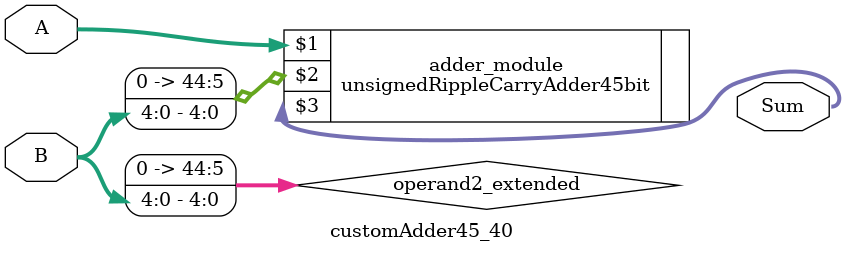
<source format=v>
module customAdder45_40(
                        input [44 : 0] A,
                        input [4 : 0] B,
                        
                        output [45 : 0] Sum
                );

        wire [44 : 0] operand2_extended;
        
        assign operand2_extended =  {40'b0, B};
        
        unsignedRippleCarryAdder45bit adder_module(
            A,
            operand2_extended,
            Sum
        );
        
        endmodule
        
</source>
